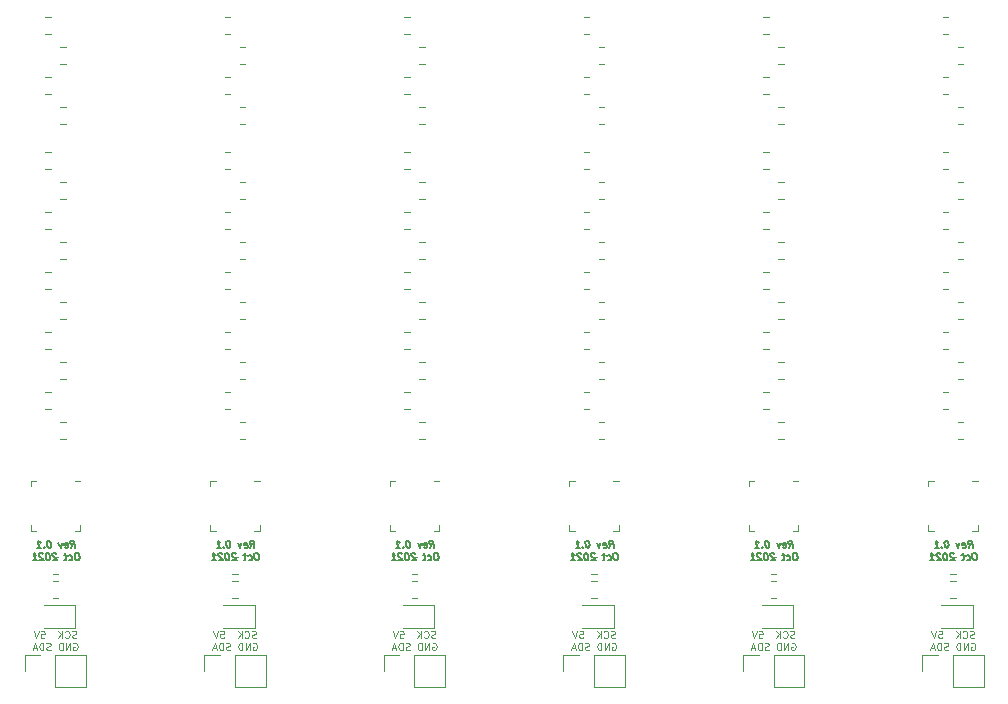
<source format=gbo>
%MOIN*%
%OFA0B0*%
%FSLAX46Y46*%
%IPPOS*%
%LPD*%
%ADD10C,0.005905511811023622*%
%ADD11C,0.0039370078740157488*%
%ADD12C,0.0047244094488188976*%
%ADD23C,0.005905511811023622*%
%ADD24C,0.0039370078740157488*%
%ADD25C,0.0047244094488188976*%
%ADD26C,0.005905511811023622*%
%ADD27C,0.0039370078740157488*%
%ADD28C,0.0047244094488188976*%
%ADD29C,0.005905511811023622*%
%ADD30C,0.0039370078740157488*%
%ADD31C,0.0047244094488188976*%
%ADD32C,0.005905511811023622*%
%ADD33C,0.0039370078740157488*%
%ADD34C,0.0047244094488188976*%
%ADD35C,0.005905511811023622*%
%ADD36C,0.0039370078740157488*%
%ADD37C,0.0047244094488188976*%
G01*
D10*
X0000301485Y0000559983D02*
X0000307953Y0000571231D01*
X0000314983Y0000559983D02*
X0000312030Y0000583605D01*
X0000303031Y0000583605D01*
X0000300922Y0000582480D01*
X0000299938Y0000581355D01*
X0000299094Y0000579105D01*
X0000299516Y0000575731D01*
X0000300922Y0000573481D01*
X0000302188Y0000572356D01*
X0000304578Y0000571231D01*
X0000313577Y0000571231D01*
X0000282221Y0000561107D02*
X0000284612Y0000559983D01*
X0000289111Y0000559983D01*
X0000291220Y0000561107D01*
X0000292064Y0000563357D01*
X0000290939Y0000572356D01*
X0000289533Y0000574606D01*
X0000287143Y0000575731D01*
X0000282643Y0000575731D01*
X0000280534Y0000574606D01*
X0000279690Y0000572356D01*
X0000279972Y0000570106D01*
X0000291502Y0000567857D01*
X0000271395Y0000575731D02*
X0000267739Y0000559983D01*
X0000260146Y0000575731D01*
X0000227666Y0000583605D02*
X0000225416Y0000583605D01*
X0000223307Y0000582480D01*
X0000222323Y0000581355D01*
X0000221479Y0000579105D01*
X0000220917Y0000574606D01*
X0000221620Y0000568982D01*
X0000223307Y0000564482D01*
X0000224713Y0000562232D01*
X0000225978Y0000561107D01*
X0000228369Y0000559983D01*
X0000230618Y0000559983D01*
X0000232728Y0000561107D01*
X0000233712Y0000562232D01*
X0000234556Y0000564482D01*
X0000235118Y0000568982D01*
X0000234415Y0000574606D01*
X0000232728Y0000579105D01*
X0000231322Y0000581355D01*
X0000230056Y0000582480D01*
X0000227666Y0000583605D01*
X0000212340Y0000562232D02*
X0000211355Y0000561107D01*
X0000212621Y0000559983D01*
X0000213605Y0000561107D01*
X0000212340Y0000562232D01*
X0000212621Y0000559983D01*
X0000188999Y0000559983D02*
X0000202497Y0000559983D01*
X0000195748Y0000559983D02*
X0000192795Y0000583605D01*
X0000195467Y0000580230D01*
X0000197998Y0000577980D01*
X0000200388Y0000576856D01*
X0000322716Y0000542266D02*
X0000318217Y0000542266D01*
X0000316108Y0000541141D01*
X0000314139Y0000538892D01*
X0000313577Y0000534392D01*
X0000314561Y0000526518D01*
X0000316248Y0000522019D01*
X0000318779Y0000519769D01*
X0000321170Y0000518644D01*
X0000325669Y0000518644D01*
X0000327778Y0000519769D01*
X0000329747Y0000522019D01*
X0000330309Y0000526518D01*
X0000329325Y0000534392D01*
X0000327638Y0000538892D01*
X0000325107Y0000541141D01*
X0000322716Y0000542266D01*
X0000295157Y0000519769D02*
X0000297548Y0000518644D01*
X0000302047Y0000518644D01*
X0000304156Y0000519769D01*
X0000305140Y0000520894D01*
X0000305984Y0000523144D01*
X0000305140Y0000529893D01*
X0000303734Y0000532142D01*
X0000302469Y0000533267D01*
X0000300079Y0000534392D01*
X0000295579Y0000534392D01*
X0000293470Y0000533267D01*
X0000286580Y0000534392D02*
X0000277581Y0000534392D01*
X0000282221Y0000542266D02*
X0000284752Y0000522019D01*
X0000283909Y0000519769D01*
X0000281800Y0000518644D01*
X0000279550Y0000518644D01*
X0000252131Y0000540016D02*
X0000250866Y0000541141D01*
X0000248476Y0000542266D01*
X0000242851Y0000542266D01*
X0000240742Y0000541141D01*
X0000239758Y0000540016D01*
X0000238914Y0000537767D01*
X0000239196Y0000535517D01*
X0000240742Y0000532142D01*
X0000255928Y0000518644D01*
X0000241305Y0000518644D01*
X0000223729Y0000542266D02*
X0000221479Y0000542266D01*
X0000219370Y0000541141D01*
X0000218386Y0000540016D01*
X0000217542Y0000537767D01*
X0000216980Y0000533267D01*
X0000217683Y0000527643D01*
X0000219370Y0000523144D01*
X0000220776Y0000520894D01*
X0000222041Y0000519769D01*
X0000224432Y0000518644D01*
X0000226681Y0000518644D01*
X0000228791Y0000519769D01*
X0000229775Y0000520894D01*
X0000230618Y0000523144D01*
X0000231181Y0000527643D01*
X0000230478Y0000533267D01*
X0000228791Y0000537767D01*
X0000227385Y0000540016D01*
X0000226119Y0000541141D01*
X0000223729Y0000542266D01*
X0000207137Y0000540016D02*
X0000205872Y0000541141D01*
X0000203481Y0000542266D01*
X0000197857Y0000542266D01*
X0000195748Y0000541141D01*
X0000194764Y0000540016D01*
X0000193920Y0000537767D01*
X0000194201Y0000535517D01*
X0000195748Y0000532142D01*
X0000210933Y0000518644D01*
X0000196310Y0000518644D01*
X0000173813Y0000518644D02*
X0000187311Y0000518644D01*
X0000180562Y0000518644D02*
X0000177609Y0000542266D01*
X0000180281Y0000538892D01*
X0000182812Y0000536642D01*
X0000185202Y0000535517D01*
D11*
X0000319741Y0000260123D02*
X0000316366Y0000258998D01*
X0000310742Y0000258998D01*
X0000308492Y0000260123D01*
X0000307367Y0000261248D01*
X0000306242Y0000263498D01*
X0000306242Y0000265748D01*
X0000307367Y0000267997D01*
X0000308492Y0000269122D01*
X0000310742Y0000270247D01*
X0000315241Y0000271372D01*
X0000317491Y0000272497D01*
X0000318616Y0000273622D01*
X0000319741Y0000275871D01*
X0000319741Y0000278121D01*
X0000318616Y0000280371D01*
X0000317491Y0000281496D01*
X0000315241Y0000282620D01*
X0000309617Y0000282620D01*
X0000306242Y0000281496D01*
X0000282620Y0000261248D02*
X0000283745Y0000260123D01*
X0000287120Y0000258998D01*
X0000289370Y0000258998D01*
X0000292744Y0000260123D01*
X0000294994Y0000262373D01*
X0000296119Y0000264623D01*
X0000297244Y0000269122D01*
X0000297244Y0000272497D01*
X0000296119Y0000276996D01*
X0000294994Y0000279246D01*
X0000292744Y0000281496D01*
X0000289370Y0000282620D01*
X0000287120Y0000282620D01*
X0000283745Y0000281496D01*
X0000282620Y0000280371D01*
X0000272497Y0000258998D02*
X0000272497Y0000282620D01*
X0000258998Y0000258998D02*
X0000269122Y0000272497D01*
X0000258998Y0000282620D02*
X0000272497Y0000269122D01*
X0000201631Y0000282620D02*
X0000212879Y0000282620D01*
X0000214004Y0000271372D01*
X0000212879Y0000272497D01*
X0000210629Y0000273622D01*
X0000205005Y0000273622D01*
X0000202755Y0000272497D01*
X0000201631Y0000271372D01*
X0000200506Y0000269122D01*
X0000200506Y0000263498D01*
X0000201631Y0000261248D01*
X0000202755Y0000260123D01*
X0000205005Y0000258998D01*
X0000210629Y0000258998D01*
X0000212879Y0000260123D01*
X0000214004Y0000261248D01*
X0000193756Y0000282620D02*
X0000185882Y0000258998D01*
X0000178008Y0000282620D01*
X0000310179Y0000242125D02*
X0000312429Y0000243250D01*
X0000315804Y0000243250D01*
X0000319178Y0000242125D01*
X0000321428Y0000239876D01*
X0000322553Y0000237626D01*
X0000323678Y0000233127D01*
X0000323678Y0000229752D01*
X0000322553Y0000225253D01*
X0000321428Y0000223003D01*
X0000319178Y0000220753D01*
X0000315804Y0000219628D01*
X0000313554Y0000219628D01*
X0000310179Y0000220753D01*
X0000309055Y0000221878D01*
X0000309055Y0000229752D01*
X0000313554Y0000229752D01*
X0000298931Y0000219628D02*
X0000298931Y0000243250D01*
X0000285433Y0000219628D01*
X0000285433Y0000243250D01*
X0000274184Y0000219628D02*
X0000274184Y0000243250D01*
X0000268560Y0000243250D01*
X0000265185Y0000242125D01*
X0000262935Y0000239876D01*
X0000261811Y0000237626D01*
X0000260686Y0000233127D01*
X0000260686Y0000229752D01*
X0000261811Y0000225253D01*
X0000262935Y0000223003D01*
X0000265185Y0000220753D01*
X0000268560Y0000219628D01*
X0000274184Y0000219628D01*
X0000233689Y0000220753D02*
X0000230314Y0000219628D01*
X0000224690Y0000219628D01*
X0000222440Y0000220753D01*
X0000221316Y0000221878D01*
X0000220191Y0000224128D01*
X0000220191Y0000226377D01*
X0000221316Y0000228627D01*
X0000222440Y0000229752D01*
X0000224690Y0000230877D01*
X0000229190Y0000232002D01*
X0000231439Y0000233127D01*
X0000232564Y0000234251D01*
X0000233689Y0000236501D01*
X0000233689Y0000238751D01*
X0000232564Y0000241001D01*
X0000231439Y0000242125D01*
X0000229190Y0000243250D01*
X0000223565Y0000243250D01*
X0000220191Y0000242125D01*
X0000210067Y0000219628D02*
X0000210067Y0000243250D01*
X0000204443Y0000243250D01*
X0000201068Y0000242125D01*
X0000198818Y0000239876D01*
X0000197694Y0000237626D01*
X0000196569Y0000233127D01*
X0000196569Y0000229752D01*
X0000197694Y0000225253D01*
X0000198818Y0000223003D01*
X0000201068Y0000220753D01*
X0000204443Y0000219628D01*
X0000210067Y0000219628D01*
X0000187570Y0000226377D02*
X0000176321Y0000226377D01*
X0000189819Y0000219628D02*
X0000181945Y0000243250D01*
X0000174071Y0000219628D01*
D12*
X0000314370Y0000783070D02*
X0000333070Y0000783070D01*
X0000166929Y0000616929D02*
X0000166929Y0000635629D01*
X0000185629Y0000616929D02*
X0000166929Y0000616929D01*
X0000333070Y0000616929D02*
X0000333070Y0000635629D01*
X0000314370Y0000616929D02*
X0000333070Y0000616929D01*
X0000166929Y0000783070D02*
X0000166929Y0000764370D01*
X0000185629Y0000783070D02*
X0000166929Y0000783070D01*
X0000266060Y0000978937D02*
X0000283939Y0000978937D01*
X0000266060Y0000921062D02*
X0000283939Y0000921062D01*
X0000233939Y0001021062D02*
X0000216060Y0001021062D01*
X0000233939Y0001078937D02*
X0000216060Y0001078937D01*
X0000266060Y0001178937D02*
X0000283939Y0001178937D01*
X0000266060Y0001121062D02*
X0000283939Y0001121062D01*
X0000233939Y0001221062D02*
X0000216060Y0001221062D01*
X0000233939Y0001278937D02*
X0000216060Y0001278937D01*
X0000266060Y0001378937D02*
X0000283939Y0001378937D01*
X0000266060Y0001321062D02*
X0000283939Y0001321062D01*
X0000233939Y0001421062D02*
X0000216060Y0001421062D01*
X0000233939Y0001478937D02*
X0000216060Y0001478937D01*
X0000266060Y0001578937D02*
X0000283939Y0001578937D01*
X0000266060Y0001521062D02*
X0000283939Y0001521062D01*
X0000233939Y0001621062D02*
X0000216060Y0001621062D01*
X0000233939Y0001678937D02*
X0000216060Y0001678937D01*
X0000266060Y0001778937D02*
X0000283939Y0001778937D01*
X0000266060Y0001721062D02*
X0000283939Y0001721062D01*
X0000233939Y0001821062D02*
X0000216060Y0001821062D01*
X0000233939Y0001878937D02*
X0000216060Y0001878937D01*
X0000258939Y0000448937D02*
X0000241060Y0000448937D01*
X0000258939Y0000391062D02*
X0000241060Y0000391062D01*
X0000258939Y0000528937D02*
X0000241060Y0000528937D01*
X0000258939Y0000471062D02*
X0000241060Y0000471062D01*
X0000233939Y0002271062D02*
X0000216060Y0002271062D01*
X0000233939Y0002328937D02*
X0000216060Y0002328937D01*
X0000266060Y0002228937D02*
X0000283939Y0002228937D01*
X0000266060Y0002171062D02*
X0000283939Y0002171062D01*
X0000233939Y0002128937D02*
X0000216060Y0002128937D01*
X0000233939Y0002071062D02*
X0000216060Y0002071062D01*
X0000266060Y0001971062D02*
X0000283939Y0001971062D01*
X0000266060Y0002028937D02*
X0000283939Y0002028937D01*
X0000147637Y0000202362D02*
X0000147637Y0000150000D01*
X0000200000Y0000202362D02*
X0000147637Y0000202362D01*
X0000249999Y0000202362D02*
X0000249999Y0000097637D01*
X0000249999Y0000097637D02*
X0000352362Y0000097637D01*
X0000249999Y0000202362D02*
X0000352362Y0000202362D01*
X0000352362Y0000202362D02*
X0000352362Y0000097637D01*
X0000316338Y0000292204D02*
X0000210629Y0000292204D01*
X0000316338Y0000367795D02*
X0000316338Y0000292204D01*
X0000210629Y0000367795D02*
X0000316338Y0000367795D01*
G04 next file*
G04 #@! TF.GenerationSoftware,KiCad,Pcbnew,(5.1.10)-1*
G04 #@! TF.CreationDate,2021-10-24T19:42:44-07:00*
G04 #@! TF.ProjectId,project,70726f6a-6563-4742-9e6b-696361645f70,rev?*
G04 #@! TF.SameCoordinates,Original*
G04 #@! TF.FileFunction,Legend,Bot*
G04 #@! TF.FilePolarity,Positive*
G04 Gerber Fmt 4.6, Leading zero omitted, Abs format (unit mm)*
G04 Created by KiCad (PCBNEW (5.1.10)-1) date 2021-10-24 19:42:44*
G01*
G04 APERTURE LIST*
G04 APERTURE END LIST*
D23*
X0000899910Y0000559983D02*
X0000906378Y0000571231D01*
X0000913408Y0000559983D02*
X0000910455Y0000583605D01*
X0000901457Y0000583605D01*
X0000899347Y0000582480D01*
X0000898363Y0000581355D01*
X0000897520Y0000579105D01*
X0000897941Y0000575731D01*
X0000899347Y0000573481D01*
X0000900613Y0000572356D01*
X0000903003Y0000571231D01*
X0000912002Y0000571231D01*
X0000880647Y0000561107D02*
X0000883037Y0000559983D01*
X0000887536Y0000559983D01*
X0000889645Y0000561107D01*
X0000890489Y0000563357D01*
X0000889364Y0000572356D01*
X0000887958Y0000574606D01*
X0000885568Y0000575731D01*
X0000881068Y0000575731D01*
X0000878959Y0000574606D01*
X0000878116Y0000572356D01*
X0000878397Y0000570106D01*
X0000889927Y0000567857D01*
X0000869820Y0000575731D02*
X0000866164Y0000559983D01*
X0000858571Y0000575731D01*
X0000826091Y0000583605D02*
X0000823841Y0000583605D01*
X0000821732Y0000582480D01*
X0000820748Y0000581355D01*
X0000819904Y0000579105D01*
X0000819342Y0000574606D01*
X0000820045Y0000568982D01*
X0000821732Y0000564482D01*
X0000823138Y0000562232D01*
X0000824404Y0000561107D01*
X0000826794Y0000559983D01*
X0000829044Y0000559983D01*
X0000831153Y0000561107D01*
X0000832137Y0000562232D01*
X0000832981Y0000564482D01*
X0000833543Y0000568982D01*
X0000832840Y0000574606D01*
X0000831153Y0000579105D01*
X0000829747Y0000581355D01*
X0000828481Y0000582480D01*
X0000826091Y0000583605D01*
X0000810765Y0000562232D02*
X0000809780Y0000561107D01*
X0000811046Y0000559983D01*
X0000812030Y0000561107D01*
X0000810765Y0000562232D01*
X0000811046Y0000559983D01*
X0000787424Y0000559983D02*
X0000800922Y0000559983D01*
X0000794173Y0000559983D02*
X0000791220Y0000583605D01*
X0000793892Y0000580230D01*
X0000796423Y0000577980D01*
X0000798813Y0000576856D01*
X0000921142Y0000542266D02*
X0000916642Y0000542266D01*
X0000914533Y0000541141D01*
X0000912565Y0000538892D01*
X0000912002Y0000534392D01*
X0000912986Y0000526518D01*
X0000914674Y0000522019D01*
X0000917205Y0000519769D01*
X0000919595Y0000518644D01*
X0000924094Y0000518644D01*
X0000926203Y0000519769D01*
X0000928172Y0000522019D01*
X0000928734Y0000526518D01*
X0000927750Y0000534392D01*
X0000926063Y0000538892D01*
X0000923532Y0000541141D01*
X0000921142Y0000542266D01*
X0000893582Y0000519769D02*
X0000895973Y0000518644D01*
X0000900472Y0000518644D01*
X0000902581Y0000519769D01*
X0000903566Y0000520894D01*
X0000904409Y0000523144D01*
X0000903566Y0000529893D01*
X0000902160Y0000532142D01*
X0000900894Y0000533267D01*
X0000898504Y0000534392D01*
X0000894004Y0000534392D01*
X0000891895Y0000533267D01*
X0000885005Y0000534392D02*
X0000876007Y0000534392D01*
X0000880647Y0000542266D02*
X0000883178Y0000522019D01*
X0000882334Y0000519769D01*
X0000880225Y0000518644D01*
X0000877975Y0000518644D01*
X0000850557Y0000540016D02*
X0000849291Y0000541141D01*
X0000846901Y0000542266D01*
X0000841277Y0000542266D01*
X0000839167Y0000541141D01*
X0000838183Y0000540016D01*
X0000837340Y0000537767D01*
X0000837621Y0000535517D01*
X0000839167Y0000532142D01*
X0000854353Y0000518644D01*
X0000839730Y0000518644D01*
X0000822154Y0000542266D02*
X0000819904Y0000542266D01*
X0000817795Y0000541141D01*
X0000816811Y0000540016D01*
X0000815967Y0000537767D01*
X0000815405Y0000533267D01*
X0000816108Y0000527643D01*
X0000817795Y0000523144D01*
X0000819201Y0000520894D01*
X0000820467Y0000519769D01*
X0000822857Y0000518644D01*
X0000825107Y0000518644D01*
X0000827216Y0000519769D01*
X0000828200Y0000520894D01*
X0000829044Y0000523144D01*
X0000829606Y0000527643D01*
X0000828903Y0000533267D01*
X0000827216Y0000537767D01*
X0000825810Y0000540016D01*
X0000824544Y0000541141D01*
X0000822154Y0000542266D01*
X0000805562Y0000540016D02*
X0000804297Y0000541141D01*
X0000801906Y0000542266D01*
X0000796282Y0000542266D01*
X0000794173Y0000541141D01*
X0000793189Y0000540016D01*
X0000792345Y0000537767D01*
X0000792626Y0000535517D01*
X0000794173Y0000532142D01*
X0000809359Y0000518644D01*
X0000794735Y0000518644D01*
X0000772238Y0000518644D02*
X0000785737Y0000518644D01*
X0000778987Y0000518644D02*
X0000776035Y0000542266D01*
X0000778706Y0000538892D01*
X0000781237Y0000536642D01*
X0000783627Y0000535517D01*
D24*
X0000918166Y0000260123D02*
X0000914791Y0000258998D01*
X0000909167Y0000258998D01*
X0000906917Y0000260123D01*
X0000905792Y0000261248D01*
X0000904668Y0000263498D01*
X0000904668Y0000265748D01*
X0000905792Y0000267997D01*
X0000906917Y0000269122D01*
X0000909167Y0000270247D01*
X0000913667Y0000271372D01*
X0000915916Y0000272497D01*
X0000917041Y0000273622D01*
X0000918166Y0000275871D01*
X0000918166Y0000278121D01*
X0000917041Y0000280371D01*
X0000915916Y0000281496D01*
X0000913667Y0000282620D01*
X0000908042Y0000282620D01*
X0000904668Y0000281496D01*
X0000881046Y0000261248D02*
X0000882170Y0000260123D01*
X0000885545Y0000258998D01*
X0000887795Y0000258998D01*
X0000891169Y0000260123D01*
X0000893419Y0000262373D01*
X0000894544Y0000264623D01*
X0000895669Y0000269122D01*
X0000895669Y0000272497D01*
X0000894544Y0000276996D01*
X0000893419Y0000279246D01*
X0000891169Y0000281496D01*
X0000887795Y0000282620D01*
X0000885545Y0000282620D01*
X0000882170Y0000281496D01*
X0000881046Y0000280371D01*
X0000870922Y0000258998D02*
X0000870922Y0000282620D01*
X0000857424Y0000258998D02*
X0000867547Y0000272497D01*
X0000857424Y0000282620D02*
X0000870922Y0000269122D01*
X0000800056Y0000282620D02*
X0000811304Y0000282620D01*
X0000812429Y0000271372D01*
X0000811304Y0000272497D01*
X0000809055Y0000273622D01*
X0000803430Y0000273622D01*
X0000801181Y0000272497D01*
X0000800056Y0000271372D01*
X0000798931Y0000269122D01*
X0000798931Y0000263498D01*
X0000800056Y0000261248D01*
X0000801181Y0000260123D01*
X0000803430Y0000258998D01*
X0000809055Y0000258998D01*
X0000811304Y0000260123D01*
X0000812429Y0000261248D01*
X0000792182Y0000282620D02*
X0000784308Y0000258998D01*
X0000776434Y0000282620D01*
X0000908605Y0000242125D02*
X0000910854Y0000243250D01*
X0000914229Y0000243250D01*
X0000917604Y0000242125D01*
X0000919853Y0000239876D01*
X0000920978Y0000237626D01*
X0000922103Y0000233127D01*
X0000922103Y0000229752D01*
X0000920978Y0000225253D01*
X0000919853Y0000223003D01*
X0000917604Y0000220753D01*
X0000914229Y0000219628D01*
X0000911979Y0000219628D01*
X0000908605Y0000220753D01*
X0000907480Y0000221878D01*
X0000907480Y0000229752D01*
X0000911979Y0000229752D01*
X0000897356Y0000219628D02*
X0000897356Y0000243250D01*
X0000883858Y0000219628D01*
X0000883858Y0000243250D01*
X0000872609Y0000219628D02*
X0000872609Y0000243250D01*
X0000866985Y0000243250D01*
X0000863610Y0000242125D01*
X0000861361Y0000239876D01*
X0000860236Y0000237626D01*
X0000859111Y0000233127D01*
X0000859111Y0000229752D01*
X0000860236Y0000225253D01*
X0000861361Y0000223003D01*
X0000863610Y0000220753D01*
X0000866985Y0000219628D01*
X0000872609Y0000219628D01*
X0000832114Y0000220753D02*
X0000828740Y0000219628D01*
X0000823115Y0000219628D01*
X0000820866Y0000220753D01*
X0000819741Y0000221878D01*
X0000818616Y0000224128D01*
X0000818616Y0000226377D01*
X0000819741Y0000228627D01*
X0000820866Y0000229752D01*
X0000823115Y0000230877D01*
X0000827615Y0000232002D01*
X0000829865Y0000233127D01*
X0000830989Y0000234251D01*
X0000832114Y0000236501D01*
X0000832114Y0000238751D01*
X0000830989Y0000241001D01*
X0000829865Y0000242125D01*
X0000827615Y0000243250D01*
X0000821990Y0000243250D01*
X0000818616Y0000242125D01*
X0000808492Y0000219628D02*
X0000808492Y0000243250D01*
X0000802868Y0000243250D01*
X0000799493Y0000242125D01*
X0000797244Y0000239876D01*
X0000796119Y0000237626D01*
X0000794994Y0000233127D01*
X0000794994Y0000229752D01*
X0000796119Y0000225253D01*
X0000797244Y0000223003D01*
X0000799493Y0000220753D01*
X0000802868Y0000219628D01*
X0000808492Y0000219628D01*
X0000785995Y0000226377D02*
X0000774746Y0000226377D01*
X0000788245Y0000219628D02*
X0000780371Y0000243250D01*
X0000772497Y0000219628D01*
D25*
X0000912795Y0000783070D02*
X0000931496Y0000783070D01*
X0000765354Y0000616929D02*
X0000765354Y0000635629D01*
X0000784055Y0000616929D02*
X0000765354Y0000616929D01*
X0000931496Y0000616929D02*
X0000931496Y0000635629D01*
X0000912795Y0000616929D02*
X0000931496Y0000616929D01*
X0000765354Y0000783070D02*
X0000765354Y0000764370D01*
X0000784055Y0000783070D02*
X0000765354Y0000783070D01*
X0000864485Y0000978937D02*
X0000882364Y0000978937D01*
X0000864485Y0000921062D02*
X0000882364Y0000921062D01*
X0000832364Y0001021062D02*
X0000814485Y0001021062D01*
X0000832364Y0001078937D02*
X0000814485Y0001078937D01*
X0000864485Y0001178937D02*
X0000882364Y0001178937D01*
X0000864485Y0001121062D02*
X0000882364Y0001121062D01*
X0000832364Y0001221062D02*
X0000814485Y0001221062D01*
X0000832364Y0001278937D02*
X0000814485Y0001278937D01*
X0000864485Y0001378937D02*
X0000882364Y0001378937D01*
X0000864485Y0001321062D02*
X0000882364Y0001321062D01*
X0000832364Y0001421062D02*
X0000814485Y0001421062D01*
X0000832364Y0001478937D02*
X0000814485Y0001478937D01*
X0000864485Y0001578937D02*
X0000882364Y0001578937D01*
X0000864485Y0001521062D02*
X0000882364Y0001521062D01*
X0000832364Y0001621062D02*
X0000814485Y0001621062D01*
X0000832364Y0001678937D02*
X0000814485Y0001678937D01*
X0000864485Y0001778937D02*
X0000882364Y0001778937D01*
X0000864485Y0001721062D02*
X0000882364Y0001721062D01*
X0000832364Y0001821062D02*
X0000814485Y0001821062D01*
X0000832364Y0001878937D02*
X0000814485Y0001878937D01*
X0000857364Y0000448937D02*
X0000839485Y0000448937D01*
X0000857364Y0000391062D02*
X0000839485Y0000391062D01*
X0000857364Y0000528937D02*
X0000839485Y0000528937D01*
X0000857364Y0000471062D02*
X0000839485Y0000471062D01*
X0000832364Y0002271062D02*
X0000814485Y0002271062D01*
X0000832364Y0002328937D02*
X0000814485Y0002328937D01*
X0000864485Y0002228937D02*
X0000882364Y0002228937D01*
X0000864485Y0002171062D02*
X0000882364Y0002171062D01*
X0000832364Y0002128937D02*
X0000814485Y0002128937D01*
X0000832364Y0002071062D02*
X0000814485Y0002071062D01*
X0000864485Y0001971062D02*
X0000882364Y0001971062D01*
X0000864485Y0002028937D02*
X0000882364Y0002028937D01*
X0000746062Y0000202362D02*
X0000746062Y0000150000D01*
X0000798425Y0000202362D02*
X0000746062Y0000202362D01*
X0000848425Y0000202362D02*
X0000848425Y0000097637D01*
X0000848425Y0000097637D02*
X0000950787Y0000097637D01*
X0000848425Y0000202362D02*
X0000950787Y0000202362D01*
X0000950787Y0000202362D02*
X0000950787Y0000097637D01*
X0000914763Y0000292204D02*
X0000809055Y0000292204D01*
X0000914763Y0000367795D02*
X0000914763Y0000292204D01*
X0000809055Y0000367795D02*
X0000914763Y0000367795D01*
G04 next file*
G04 #@! TF.GenerationSoftware,KiCad,Pcbnew,(5.1.10)-1*
G04 #@! TF.CreationDate,2021-10-24T19:42:44-07:00*
G04 #@! TF.ProjectId,project,70726f6a-6563-4742-9e6b-696361645f70,rev?*
G04 #@! TF.SameCoordinates,Original*
G04 #@! TF.FileFunction,Legend,Bot*
G04 #@! TF.FilePolarity,Positive*
G04 Gerber Fmt 4.6, Leading zero omitted, Abs format (unit mm)*
G04 Created by KiCad (PCBNEW (5.1.10)-1) date 2021-10-24 19:42:44*
G01*
G04 APERTURE LIST*
G04 APERTURE END LIST*
D26*
X0001498335Y0000559983D02*
X0001504803Y0000571231D01*
X0001511833Y0000559983D02*
X0001508881Y0000583605D01*
X0001499882Y0000583605D01*
X0001497773Y0000582480D01*
X0001496788Y0000581355D01*
X0001495945Y0000579105D01*
X0001496367Y0000575731D01*
X0001497773Y0000573481D01*
X0001499038Y0000572356D01*
X0001501428Y0000571231D01*
X0001510427Y0000571231D01*
X0001479072Y0000561107D02*
X0001481462Y0000559983D01*
X0001485962Y0000559983D01*
X0001488071Y0000561107D01*
X0001488914Y0000563357D01*
X0001487790Y0000572356D01*
X0001486383Y0000574606D01*
X0001483993Y0000575731D01*
X0001479494Y0000575731D01*
X0001477385Y0000574606D01*
X0001476541Y0000572356D01*
X0001476822Y0000570106D01*
X0001488352Y0000567857D01*
X0001468245Y0000575731D02*
X0001464589Y0000559983D01*
X0001456996Y0000575731D01*
X0001424516Y0000583605D02*
X0001422266Y0000583605D01*
X0001420157Y0000582480D01*
X0001419173Y0000581355D01*
X0001418329Y0000579105D01*
X0001417767Y0000574606D01*
X0001418470Y0000568982D01*
X0001420157Y0000564482D01*
X0001421563Y0000562232D01*
X0001422829Y0000561107D01*
X0001425219Y0000559983D01*
X0001427469Y0000559983D01*
X0001429578Y0000561107D01*
X0001430562Y0000562232D01*
X0001431406Y0000564482D01*
X0001431968Y0000568982D01*
X0001431265Y0000574606D01*
X0001429578Y0000579105D01*
X0001428172Y0000581355D01*
X0001426906Y0000582480D01*
X0001424516Y0000583605D01*
X0001409190Y0000562232D02*
X0001408206Y0000561107D01*
X0001409471Y0000559983D01*
X0001410455Y0000561107D01*
X0001409190Y0000562232D01*
X0001409471Y0000559983D01*
X0001385849Y0000559983D02*
X0001399347Y0000559983D01*
X0001392598Y0000559983D02*
X0001389645Y0000583605D01*
X0001392317Y0000580230D01*
X0001394848Y0000577980D01*
X0001397238Y0000576856D01*
X0001519567Y0000542266D02*
X0001515067Y0000542266D01*
X0001512958Y0000541141D01*
X0001510990Y0000538892D01*
X0001510427Y0000534392D01*
X0001511412Y0000526518D01*
X0001513099Y0000522019D01*
X0001515630Y0000519769D01*
X0001518020Y0000518644D01*
X0001522520Y0000518644D01*
X0001524629Y0000519769D01*
X0001526597Y0000522019D01*
X0001527160Y0000526518D01*
X0001526175Y0000534392D01*
X0001524488Y0000538892D01*
X0001521957Y0000541141D01*
X0001519567Y0000542266D01*
X0001492008Y0000519769D02*
X0001494398Y0000518644D01*
X0001498897Y0000518644D01*
X0001501007Y0000519769D01*
X0001501991Y0000520894D01*
X0001502834Y0000523144D01*
X0001501991Y0000529893D01*
X0001500585Y0000532142D01*
X0001499319Y0000533267D01*
X0001496929Y0000534392D01*
X0001492430Y0000534392D01*
X0001490320Y0000533267D01*
X0001483431Y0000534392D02*
X0001474432Y0000534392D01*
X0001479072Y0000542266D02*
X0001481603Y0000522019D01*
X0001480759Y0000519769D01*
X0001478650Y0000518644D01*
X0001476400Y0000518644D01*
X0001448982Y0000540016D02*
X0001447716Y0000541141D01*
X0001445326Y0000542266D01*
X0001439702Y0000542266D01*
X0001437593Y0000541141D01*
X0001436608Y0000540016D01*
X0001435765Y0000537767D01*
X0001436046Y0000535517D01*
X0001437593Y0000532142D01*
X0001452778Y0000518644D01*
X0001438155Y0000518644D01*
X0001420579Y0000542266D02*
X0001418329Y0000542266D01*
X0001416220Y0000541141D01*
X0001415236Y0000540016D01*
X0001414392Y0000537767D01*
X0001413830Y0000533267D01*
X0001414533Y0000527643D01*
X0001416220Y0000523144D01*
X0001417626Y0000520894D01*
X0001418892Y0000519769D01*
X0001421282Y0000518644D01*
X0001423532Y0000518644D01*
X0001425641Y0000519769D01*
X0001426625Y0000520894D01*
X0001427469Y0000523144D01*
X0001428031Y0000527643D01*
X0001427328Y0000533267D01*
X0001425641Y0000537767D01*
X0001424235Y0000540016D01*
X0001422969Y0000541141D01*
X0001420579Y0000542266D01*
X0001403987Y0000540016D02*
X0001402722Y0000541141D01*
X0001400332Y0000542266D01*
X0001394707Y0000542266D01*
X0001392598Y0000541141D01*
X0001391614Y0000540016D01*
X0001390770Y0000537767D01*
X0001391052Y0000535517D01*
X0001392598Y0000532142D01*
X0001407784Y0000518644D01*
X0001393161Y0000518644D01*
X0001370664Y0000518644D02*
X0001384162Y0000518644D01*
X0001377413Y0000518644D02*
X0001374460Y0000542266D01*
X0001377131Y0000538892D01*
X0001379662Y0000536642D01*
X0001382053Y0000535517D01*
D27*
X0001516591Y0000260123D02*
X0001513217Y0000258998D01*
X0001507592Y0000258998D01*
X0001505343Y0000260123D01*
X0001504218Y0000261248D01*
X0001503093Y0000263498D01*
X0001503093Y0000265748D01*
X0001504218Y0000267997D01*
X0001505343Y0000269122D01*
X0001507592Y0000270247D01*
X0001512092Y0000271372D01*
X0001514341Y0000272497D01*
X0001515466Y0000273622D01*
X0001516591Y0000275871D01*
X0001516591Y0000278121D01*
X0001515466Y0000280371D01*
X0001514341Y0000281496D01*
X0001512092Y0000282620D01*
X0001506467Y0000282620D01*
X0001503093Y0000281496D01*
X0001479471Y0000261248D02*
X0001480596Y0000260123D01*
X0001483970Y0000258998D01*
X0001486220Y0000258998D01*
X0001489595Y0000260123D01*
X0001491844Y0000262373D01*
X0001492969Y0000264623D01*
X0001494094Y0000269122D01*
X0001494094Y0000272497D01*
X0001492969Y0000276996D01*
X0001491844Y0000279246D01*
X0001489595Y0000281496D01*
X0001486220Y0000282620D01*
X0001483970Y0000282620D01*
X0001480596Y0000281496D01*
X0001479471Y0000280371D01*
X0001469347Y0000258998D02*
X0001469347Y0000282620D01*
X0001455849Y0000258998D02*
X0001465972Y0000272497D01*
X0001455849Y0000282620D02*
X0001469347Y0000269122D01*
X0001398481Y0000282620D02*
X0001409730Y0000282620D01*
X0001410854Y0000271372D01*
X0001409730Y0000272497D01*
X0001407480Y0000273622D01*
X0001401855Y0000273622D01*
X0001399606Y0000272497D01*
X0001398481Y0000271372D01*
X0001397356Y0000269122D01*
X0001397356Y0000263498D01*
X0001398481Y0000261248D01*
X0001399606Y0000260123D01*
X0001401855Y0000258998D01*
X0001407480Y0000258998D01*
X0001409730Y0000260123D01*
X0001410854Y0000261248D01*
X0001390607Y0000282620D02*
X0001382733Y0000258998D01*
X0001374859Y0000282620D01*
X0001507030Y0000242125D02*
X0001509280Y0000243250D01*
X0001512654Y0000243250D01*
X0001516029Y0000242125D01*
X0001518278Y0000239876D01*
X0001519403Y0000237626D01*
X0001520528Y0000233127D01*
X0001520528Y0000229752D01*
X0001519403Y0000225253D01*
X0001518278Y0000223003D01*
X0001516029Y0000220753D01*
X0001512654Y0000219628D01*
X0001510404Y0000219628D01*
X0001507030Y0000220753D01*
X0001505905Y0000221878D01*
X0001505905Y0000229752D01*
X0001510404Y0000229752D01*
X0001495781Y0000219628D02*
X0001495781Y0000243250D01*
X0001482283Y0000219628D01*
X0001482283Y0000243250D01*
X0001471034Y0000219628D02*
X0001471034Y0000243250D01*
X0001465410Y0000243250D01*
X0001462035Y0000242125D01*
X0001459786Y0000239876D01*
X0001458661Y0000237626D01*
X0001457536Y0000233127D01*
X0001457536Y0000229752D01*
X0001458661Y0000225253D01*
X0001459786Y0000223003D01*
X0001462035Y0000220753D01*
X0001465410Y0000219628D01*
X0001471034Y0000219628D01*
X0001430539Y0000220753D02*
X0001427165Y0000219628D01*
X0001421541Y0000219628D01*
X0001419291Y0000220753D01*
X0001418166Y0000221878D01*
X0001417041Y0000224128D01*
X0001417041Y0000226377D01*
X0001418166Y0000228627D01*
X0001419291Y0000229752D01*
X0001421541Y0000230877D01*
X0001426040Y0000232002D01*
X0001428290Y0000233127D01*
X0001429415Y0000234251D01*
X0001430539Y0000236501D01*
X0001430539Y0000238751D01*
X0001429415Y0000241001D01*
X0001428290Y0000242125D01*
X0001426040Y0000243250D01*
X0001420416Y0000243250D01*
X0001417041Y0000242125D01*
X0001406917Y0000219628D02*
X0001406917Y0000243250D01*
X0001401293Y0000243250D01*
X0001397918Y0000242125D01*
X0001395669Y0000239876D01*
X0001394544Y0000237626D01*
X0001393419Y0000233127D01*
X0001393419Y0000229752D01*
X0001394544Y0000225253D01*
X0001395669Y0000223003D01*
X0001397918Y0000220753D01*
X0001401293Y0000219628D01*
X0001406917Y0000219628D01*
X0001384420Y0000226377D02*
X0001373172Y0000226377D01*
X0001386670Y0000219628D02*
X0001378796Y0000243250D01*
X0001370922Y0000219628D01*
D28*
X0001511220Y0000783070D02*
X0001529921Y0000783070D01*
X0001363779Y0000616929D02*
X0001363779Y0000635629D01*
X0001382480Y0000616929D02*
X0001363779Y0000616929D01*
X0001529921Y0000616929D02*
X0001529921Y0000635629D01*
X0001511220Y0000616929D02*
X0001529921Y0000616929D01*
X0001363779Y0000783070D02*
X0001363779Y0000764370D01*
X0001382480Y0000783070D02*
X0001363779Y0000783070D01*
X0001462910Y0000978937D02*
X0001480789Y0000978937D01*
X0001462910Y0000921062D02*
X0001480789Y0000921062D01*
X0001430789Y0001021062D02*
X0001412910Y0001021062D01*
X0001430789Y0001078937D02*
X0001412910Y0001078937D01*
X0001462910Y0001178937D02*
X0001480789Y0001178937D01*
X0001462910Y0001121062D02*
X0001480789Y0001121062D01*
X0001430789Y0001221062D02*
X0001412910Y0001221062D01*
X0001430789Y0001278937D02*
X0001412910Y0001278937D01*
X0001462910Y0001378937D02*
X0001480789Y0001378937D01*
X0001462910Y0001321062D02*
X0001480789Y0001321062D01*
X0001430789Y0001421062D02*
X0001412910Y0001421062D01*
X0001430789Y0001478937D02*
X0001412910Y0001478937D01*
X0001462910Y0001578937D02*
X0001480789Y0001578937D01*
X0001462910Y0001521062D02*
X0001480789Y0001521062D01*
X0001430789Y0001621062D02*
X0001412910Y0001621062D01*
X0001430789Y0001678937D02*
X0001412910Y0001678937D01*
X0001462910Y0001778937D02*
X0001480789Y0001778937D01*
X0001462910Y0001721062D02*
X0001480789Y0001721062D01*
X0001430789Y0001821062D02*
X0001412910Y0001821062D01*
X0001430789Y0001878937D02*
X0001412910Y0001878937D01*
X0001455789Y0000448937D02*
X0001437910Y0000448937D01*
X0001455789Y0000391062D02*
X0001437910Y0000391062D01*
X0001455789Y0000528937D02*
X0001437910Y0000528937D01*
X0001455789Y0000471062D02*
X0001437910Y0000471062D01*
X0001430789Y0002271062D02*
X0001412910Y0002271062D01*
X0001430789Y0002328937D02*
X0001412910Y0002328937D01*
X0001462910Y0002228937D02*
X0001480789Y0002228937D01*
X0001462910Y0002171062D02*
X0001480789Y0002171062D01*
X0001430789Y0002128937D02*
X0001412910Y0002128937D01*
X0001430789Y0002071062D02*
X0001412910Y0002071062D01*
X0001462910Y0001971062D02*
X0001480789Y0001971062D01*
X0001462910Y0002028937D02*
X0001480789Y0002028937D01*
X0001344488Y0000202362D02*
X0001344488Y0000150000D01*
X0001396850Y0000202362D02*
X0001344488Y0000202362D01*
X0001446850Y0000202362D02*
X0001446850Y0000097637D01*
X0001446850Y0000097637D02*
X0001549212Y0000097637D01*
X0001446850Y0000202362D02*
X0001549212Y0000202362D01*
X0001549212Y0000202362D02*
X0001549212Y0000097637D01*
X0001513188Y0000292204D02*
X0001407480Y0000292204D01*
X0001513188Y0000367795D02*
X0001513188Y0000292204D01*
X0001407480Y0000367795D02*
X0001513188Y0000367795D01*
G04 next file*
G04 #@! TF.GenerationSoftware,KiCad,Pcbnew,(5.1.10)-1*
G04 #@! TF.CreationDate,2021-10-24T19:42:44-07:00*
G04 #@! TF.ProjectId,project,70726f6a-6563-4742-9e6b-696361645f70,rev?*
G04 #@! TF.SameCoordinates,Original*
G04 #@! TF.FileFunction,Legend,Bot*
G04 #@! TF.FilePolarity,Positive*
G04 Gerber Fmt 4.6, Leading zero omitted, Abs format (unit mm)*
G04 Created by KiCad (PCBNEW (5.1.10)-1) date 2021-10-24 19:42:44*
G01*
G04 APERTURE LIST*
G04 APERTURE END LIST*
D29*
X0002096760Y0000559983D02*
X0002103228Y0000571231D01*
X0002110259Y0000559983D02*
X0002107306Y0000583605D01*
X0002098307Y0000583605D01*
X0002096198Y0000582480D01*
X0002095214Y0000581355D01*
X0002094370Y0000579105D01*
X0002094792Y0000575731D01*
X0002096198Y0000573481D01*
X0002097463Y0000572356D01*
X0002099854Y0000571231D01*
X0002108852Y0000571231D01*
X0002077497Y0000561107D02*
X0002079887Y0000559983D01*
X0002084387Y0000559983D01*
X0002086496Y0000561107D01*
X0002087340Y0000563357D01*
X0002086215Y0000572356D01*
X0002084809Y0000574606D01*
X0002082418Y0000575731D01*
X0002077919Y0000575731D01*
X0002075810Y0000574606D01*
X0002074966Y0000572356D01*
X0002075247Y0000570106D01*
X0002086777Y0000567857D01*
X0002066670Y0000575731D02*
X0002063014Y0000559983D01*
X0002055422Y0000575731D01*
X0002022941Y0000583605D02*
X0002020692Y0000583605D01*
X0002018582Y0000582480D01*
X0002017598Y0000581355D01*
X0002016755Y0000579105D01*
X0002016192Y0000574606D01*
X0002016895Y0000568982D01*
X0002018582Y0000564482D01*
X0002019989Y0000562232D01*
X0002021254Y0000561107D01*
X0002023644Y0000559983D01*
X0002025894Y0000559983D01*
X0002028003Y0000561107D01*
X0002028987Y0000562232D01*
X0002029831Y0000564482D01*
X0002030394Y0000568982D01*
X0002029690Y0000574606D01*
X0002028003Y0000579105D01*
X0002026597Y0000581355D01*
X0002025332Y0000582480D01*
X0002022941Y0000583605D01*
X0002007615Y0000562232D02*
X0002006631Y0000561107D01*
X0002007896Y0000559983D01*
X0002008881Y0000561107D01*
X0002007615Y0000562232D01*
X0002007896Y0000559983D01*
X0001984274Y0000559983D02*
X0001997773Y0000559983D01*
X0001991023Y0000559983D02*
X0001988071Y0000583605D01*
X0001990742Y0000580230D01*
X0001993273Y0000577980D01*
X0001995664Y0000576856D01*
X0002117992Y0000542266D02*
X0002113493Y0000542266D01*
X0002111383Y0000541141D01*
X0002109415Y0000538892D01*
X0002108852Y0000534392D01*
X0002109837Y0000526518D01*
X0002111524Y0000522019D01*
X0002114055Y0000519769D01*
X0002116445Y0000518644D01*
X0002120945Y0000518644D01*
X0002123054Y0000519769D01*
X0002125022Y0000522019D01*
X0002125585Y0000526518D01*
X0002124601Y0000534392D01*
X0002122913Y0000538892D01*
X0002120382Y0000541141D01*
X0002117992Y0000542266D01*
X0002090433Y0000519769D02*
X0002092823Y0000518644D01*
X0002097323Y0000518644D01*
X0002099432Y0000519769D01*
X0002100416Y0000520894D01*
X0002101260Y0000523144D01*
X0002100416Y0000529893D01*
X0002099010Y0000532142D01*
X0002097745Y0000533267D01*
X0002095354Y0000534392D01*
X0002090855Y0000534392D01*
X0002088746Y0000533267D01*
X0002081856Y0000534392D02*
X0002072857Y0000534392D01*
X0002077497Y0000542266D02*
X0002080028Y0000522019D01*
X0002079184Y0000519769D01*
X0002077075Y0000518644D01*
X0002074825Y0000518644D01*
X0002047407Y0000540016D02*
X0002046142Y0000541141D01*
X0002043751Y0000542266D01*
X0002038127Y0000542266D01*
X0002036018Y0000541141D01*
X0002035034Y0000540016D01*
X0002034190Y0000537767D01*
X0002034471Y0000535517D01*
X0002036018Y0000532142D01*
X0002051203Y0000518644D01*
X0002036580Y0000518644D01*
X0002019004Y0000542266D02*
X0002016755Y0000542266D01*
X0002014645Y0000541141D01*
X0002013661Y0000540016D01*
X0002012818Y0000537767D01*
X0002012255Y0000533267D01*
X0002012958Y0000527643D01*
X0002014645Y0000523144D01*
X0002016052Y0000520894D01*
X0002017317Y0000519769D01*
X0002019707Y0000518644D01*
X0002021957Y0000518644D01*
X0002024066Y0000519769D01*
X0002025050Y0000520894D01*
X0002025894Y0000523144D01*
X0002026457Y0000527643D01*
X0002025753Y0000533267D01*
X0002024066Y0000537767D01*
X0002022660Y0000540016D01*
X0002021395Y0000541141D01*
X0002019004Y0000542266D01*
X0002002413Y0000540016D02*
X0002001147Y0000541141D01*
X0001998757Y0000542266D01*
X0001993133Y0000542266D01*
X0001991023Y0000541141D01*
X0001990039Y0000540016D01*
X0001989196Y0000537767D01*
X0001989477Y0000535517D01*
X0001991023Y0000532142D01*
X0002006209Y0000518644D01*
X0001991586Y0000518644D01*
X0001969089Y0000518644D02*
X0001982587Y0000518644D01*
X0001975838Y0000518644D02*
X0001972885Y0000542266D01*
X0001975557Y0000538892D01*
X0001978088Y0000536642D01*
X0001980478Y0000535517D01*
D30*
X0002115016Y0000260123D02*
X0002111642Y0000258998D01*
X0002106017Y0000258998D01*
X0002103768Y0000260123D01*
X0002102643Y0000261248D01*
X0002101518Y0000263498D01*
X0002101518Y0000265748D01*
X0002102643Y0000267997D01*
X0002103768Y0000269122D01*
X0002106017Y0000270247D01*
X0002110517Y0000271372D01*
X0002112767Y0000272497D01*
X0002113892Y0000273622D01*
X0002115016Y0000275871D01*
X0002115016Y0000278121D01*
X0002113892Y0000280371D01*
X0002112767Y0000281496D01*
X0002110517Y0000282620D01*
X0002104893Y0000282620D01*
X0002101518Y0000281496D01*
X0002077896Y0000261248D02*
X0002079021Y0000260123D01*
X0002082395Y0000258998D01*
X0002084645Y0000258998D01*
X0002088020Y0000260123D01*
X0002090269Y0000262373D01*
X0002091394Y0000264623D01*
X0002092519Y0000269122D01*
X0002092519Y0000272497D01*
X0002091394Y0000276996D01*
X0002090269Y0000279246D01*
X0002088020Y0000281496D01*
X0002084645Y0000282620D01*
X0002082395Y0000282620D01*
X0002079021Y0000281496D01*
X0002077896Y0000280371D01*
X0002067772Y0000258998D02*
X0002067772Y0000282620D01*
X0002054274Y0000258998D02*
X0002064398Y0000272497D01*
X0002054274Y0000282620D02*
X0002067772Y0000269122D01*
X0001996906Y0000282620D02*
X0002008155Y0000282620D01*
X0002009280Y0000271372D01*
X0002008155Y0000272497D01*
X0002005905Y0000273622D01*
X0002000281Y0000273622D01*
X0001998031Y0000272497D01*
X0001996906Y0000271372D01*
X0001995781Y0000269122D01*
X0001995781Y0000263498D01*
X0001996906Y0000261248D01*
X0001998031Y0000260123D01*
X0002000281Y0000258998D01*
X0002005905Y0000258998D01*
X0002008155Y0000260123D01*
X0002009280Y0000261248D01*
X0001989032Y0000282620D02*
X0001981158Y0000258998D01*
X0001973284Y0000282620D01*
X0002105455Y0000242125D02*
X0002107705Y0000243250D01*
X0002111079Y0000243250D01*
X0002114454Y0000242125D01*
X0002116704Y0000239876D01*
X0002117829Y0000237626D01*
X0002118953Y0000233127D01*
X0002118953Y0000229752D01*
X0002117829Y0000225253D01*
X0002116704Y0000223003D01*
X0002114454Y0000220753D01*
X0002111079Y0000219628D01*
X0002108830Y0000219628D01*
X0002105455Y0000220753D01*
X0002104330Y0000221878D01*
X0002104330Y0000229752D01*
X0002108830Y0000229752D01*
X0002094206Y0000219628D02*
X0002094206Y0000243250D01*
X0002080708Y0000219628D01*
X0002080708Y0000243250D01*
X0002069460Y0000219628D02*
X0002069460Y0000243250D01*
X0002063835Y0000243250D01*
X0002060461Y0000242125D01*
X0002058211Y0000239876D01*
X0002057086Y0000237626D01*
X0002055961Y0000233127D01*
X0002055961Y0000229752D01*
X0002057086Y0000225253D01*
X0002058211Y0000223003D01*
X0002060461Y0000220753D01*
X0002063835Y0000219628D01*
X0002069460Y0000219628D01*
X0002028965Y0000220753D02*
X0002025590Y0000219628D01*
X0002019966Y0000219628D01*
X0002017716Y0000220753D01*
X0002016591Y0000221878D01*
X0002015466Y0000224128D01*
X0002015466Y0000226377D01*
X0002016591Y0000228627D01*
X0002017716Y0000229752D01*
X0002019966Y0000230877D01*
X0002024465Y0000232002D01*
X0002026715Y0000233127D01*
X0002027840Y0000234251D01*
X0002028965Y0000236501D01*
X0002028965Y0000238751D01*
X0002027840Y0000241001D01*
X0002026715Y0000242125D01*
X0002024465Y0000243250D01*
X0002018841Y0000243250D01*
X0002015466Y0000242125D01*
X0002005343Y0000219628D02*
X0002005343Y0000243250D01*
X0001999718Y0000243250D01*
X0001996344Y0000242125D01*
X0001994094Y0000239876D01*
X0001992969Y0000237626D01*
X0001991844Y0000233127D01*
X0001991844Y0000229752D01*
X0001992969Y0000225253D01*
X0001994094Y0000223003D01*
X0001996344Y0000220753D01*
X0001999718Y0000219628D01*
X0002005343Y0000219628D01*
X0001982845Y0000226377D02*
X0001971597Y0000226377D01*
X0001985095Y0000219628D02*
X0001977221Y0000243250D01*
X0001969347Y0000219628D01*
D31*
X0002109645Y0000783070D02*
X0002128346Y0000783070D01*
X0001962204Y0000616929D02*
X0001962204Y0000635629D01*
X0001980905Y0000616929D02*
X0001962204Y0000616929D01*
X0002128346Y0000616929D02*
X0002128346Y0000635629D01*
X0002109645Y0000616929D02*
X0002128346Y0000616929D01*
X0001962204Y0000783070D02*
X0001962204Y0000764370D01*
X0001980905Y0000783070D02*
X0001962204Y0000783070D01*
X0002061336Y0000978937D02*
X0002079215Y0000978937D01*
X0002061336Y0000921062D02*
X0002079215Y0000921062D01*
X0002029215Y0001021062D02*
X0002011336Y0001021062D01*
X0002029215Y0001078937D02*
X0002011336Y0001078937D01*
X0002061336Y0001178937D02*
X0002079215Y0001178937D01*
X0002061336Y0001121062D02*
X0002079215Y0001121062D01*
X0002029215Y0001221062D02*
X0002011336Y0001221062D01*
X0002029215Y0001278937D02*
X0002011336Y0001278937D01*
X0002061336Y0001378937D02*
X0002079215Y0001378937D01*
X0002061336Y0001321062D02*
X0002079215Y0001321062D01*
X0002029215Y0001421062D02*
X0002011336Y0001421062D01*
X0002029215Y0001478937D02*
X0002011336Y0001478937D01*
X0002061336Y0001578937D02*
X0002079215Y0001578937D01*
X0002061336Y0001521062D02*
X0002079215Y0001521062D01*
X0002029215Y0001621062D02*
X0002011336Y0001621062D01*
X0002029215Y0001678937D02*
X0002011336Y0001678937D01*
X0002061336Y0001778937D02*
X0002079215Y0001778937D01*
X0002061336Y0001721062D02*
X0002079215Y0001721062D01*
X0002029215Y0001821062D02*
X0002011336Y0001821062D01*
X0002029215Y0001878937D02*
X0002011336Y0001878937D01*
X0002054215Y0000448937D02*
X0002036336Y0000448937D01*
X0002054215Y0000391062D02*
X0002036336Y0000391062D01*
X0002054215Y0000528937D02*
X0002036336Y0000528937D01*
X0002054215Y0000471062D02*
X0002036336Y0000471062D01*
X0002029215Y0002271062D02*
X0002011336Y0002271062D01*
X0002029215Y0002328937D02*
X0002011336Y0002328937D01*
X0002061336Y0002228937D02*
X0002079215Y0002228937D01*
X0002061336Y0002171062D02*
X0002079215Y0002171062D01*
X0002029215Y0002128937D02*
X0002011336Y0002128937D01*
X0002029215Y0002071062D02*
X0002011336Y0002071062D01*
X0002061336Y0001971062D02*
X0002079215Y0001971062D01*
X0002061336Y0002028937D02*
X0002079215Y0002028937D01*
X0001942913Y0000202362D02*
X0001942913Y0000150000D01*
X0001995275Y0000202362D02*
X0001942913Y0000202362D01*
X0002045275Y0000202362D02*
X0002045275Y0000097637D01*
X0002045275Y0000097637D02*
X0002147637Y0000097637D01*
X0002045275Y0000202362D02*
X0002147637Y0000202362D01*
X0002147637Y0000202362D02*
X0002147637Y0000097637D01*
X0002111614Y0000292204D02*
X0002005905Y0000292204D01*
X0002111614Y0000367795D02*
X0002111614Y0000292204D01*
X0002005905Y0000367795D02*
X0002111614Y0000367795D01*
G04 next file*
G04 #@! TF.GenerationSoftware,KiCad,Pcbnew,(5.1.10)-1*
G04 #@! TF.CreationDate,2021-10-24T19:42:44-07:00*
G04 #@! TF.ProjectId,project,70726f6a-6563-4742-9e6b-696361645f70,rev?*
G04 #@! TF.SameCoordinates,Original*
G04 #@! TF.FileFunction,Legend,Bot*
G04 #@! TF.FilePolarity,Positive*
G04 Gerber Fmt 4.6, Leading zero omitted, Abs format (unit mm)*
G04 Created by KiCad (PCBNEW (5.1.10)-1) date 2021-10-24 19:42:44*
G01*
G04 APERTURE LIST*
G04 APERTURE END LIST*
D32*
X0002695185Y0000559983D02*
X0002701653Y0000571231D01*
X0002708684Y0000559983D02*
X0002705731Y0000583605D01*
X0002696732Y0000583605D01*
X0002694623Y0000582480D01*
X0002693639Y0000581355D01*
X0002692795Y0000579105D01*
X0002693217Y0000575731D01*
X0002694623Y0000573481D01*
X0002695888Y0000572356D01*
X0002698279Y0000571231D01*
X0002707278Y0000571231D01*
X0002675922Y0000561107D02*
X0002678313Y0000559983D01*
X0002682812Y0000559983D01*
X0002684921Y0000561107D01*
X0002685765Y0000563357D01*
X0002684640Y0000572356D01*
X0002683234Y0000574606D01*
X0002680843Y0000575731D01*
X0002676344Y0000575731D01*
X0002674235Y0000574606D01*
X0002673391Y0000572356D01*
X0002673672Y0000570106D01*
X0002685202Y0000567857D01*
X0002665095Y0000575731D02*
X0002661440Y0000559983D01*
X0002653847Y0000575731D01*
X0002621367Y0000583605D02*
X0002619117Y0000583605D01*
X0002617008Y0000582480D01*
X0002616023Y0000581355D01*
X0002615180Y0000579105D01*
X0002614617Y0000574606D01*
X0002615320Y0000568982D01*
X0002617008Y0000564482D01*
X0002618414Y0000562232D01*
X0002619679Y0000561107D01*
X0002622070Y0000559983D01*
X0002624319Y0000559983D01*
X0002626428Y0000561107D01*
X0002627413Y0000562232D01*
X0002628256Y0000564482D01*
X0002628819Y0000568982D01*
X0002628116Y0000574606D01*
X0002626428Y0000579105D01*
X0002625022Y0000581355D01*
X0002623757Y0000582480D01*
X0002621367Y0000583605D01*
X0002606040Y0000562232D02*
X0002605056Y0000561107D01*
X0002606322Y0000559983D01*
X0002607306Y0000561107D01*
X0002606040Y0000562232D01*
X0002606322Y0000559983D01*
X0002582700Y0000559983D02*
X0002596198Y0000559983D01*
X0002589449Y0000559983D02*
X0002586496Y0000583605D01*
X0002589167Y0000580230D01*
X0002591698Y0000577980D01*
X0002594089Y0000576856D01*
X0002716417Y0000542266D02*
X0002711918Y0000542266D01*
X0002709809Y0000541141D01*
X0002707840Y0000538892D01*
X0002707278Y0000534392D01*
X0002708262Y0000526518D01*
X0002709949Y0000522019D01*
X0002712480Y0000519769D01*
X0002714870Y0000518644D01*
X0002719370Y0000518644D01*
X0002721479Y0000519769D01*
X0002723448Y0000522019D01*
X0002724010Y0000526518D01*
X0002723026Y0000534392D01*
X0002721338Y0000538892D01*
X0002718807Y0000541141D01*
X0002716417Y0000542266D01*
X0002688858Y0000519769D02*
X0002691248Y0000518644D01*
X0002695748Y0000518644D01*
X0002697857Y0000519769D01*
X0002698841Y0000520894D01*
X0002699685Y0000523144D01*
X0002698841Y0000529893D01*
X0002697435Y0000532142D01*
X0002696170Y0000533267D01*
X0002693779Y0000534392D01*
X0002689280Y0000534392D01*
X0002687171Y0000533267D01*
X0002680281Y0000534392D02*
X0002671282Y0000534392D01*
X0002675922Y0000542266D02*
X0002678453Y0000522019D01*
X0002677610Y0000519769D01*
X0002675500Y0000518644D01*
X0002673251Y0000518644D01*
X0002645832Y0000540016D02*
X0002644567Y0000541141D01*
X0002642176Y0000542266D01*
X0002636552Y0000542266D01*
X0002634443Y0000541141D01*
X0002633459Y0000540016D01*
X0002632615Y0000537767D01*
X0002632896Y0000535517D01*
X0002634443Y0000532142D01*
X0002649629Y0000518644D01*
X0002635005Y0000518644D01*
X0002617430Y0000542266D02*
X0002615180Y0000542266D01*
X0002613071Y0000541141D01*
X0002612086Y0000540016D01*
X0002611243Y0000537767D01*
X0002610680Y0000533267D01*
X0002611383Y0000527643D01*
X0002613071Y0000523144D01*
X0002614477Y0000520894D01*
X0002615742Y0000519769D01*
X0002618133Y0000518644D01*
X0002620382Y0000518644D01*
X0002622491Y0000519769D01*
X0002623476Y0000520894D01*
X0002624319Y0000523144D01*
X0002624882Y0000527643D01*
X0002624179Y0000533267D01*
X0002622491Y0000537767D01*
X0002621085Y0000540016D01*
X0002619820Y0000541141D01*
X0002617430Y0000542266D01*
X0002600838Y0000540016D02*
X0002599572Y0000541141D01*
X0002597182Y0000542266D01*
X0002591558Y0000542266D01*
X0002589449Y0000541141D01*
X0002588464Y0000540016D01*
X0002587621Y0000537767D01*
X0002587902Y0000535517D01*
X0002589449Y0000532142D01*
X0002604634Y0000518644D01*
X0002590011Y0000518644D01*
X0002567514Y0000518644D02*
X0002581012Y0000518644D01*
X0002574263Y0000518644D02*
X0002571310Y0000542266D01*
X0002573982Y0000538892D01*
X0002576513Y0000536642D01*
X0002578903Y0000535517D01*
D33*
X0002713442Y0000260123D02*
X0002710067Y0000258998D01*
X0002704443Y0000258998D01*
X0002702193Y0000260123D01*
X0002701068Y0000261248D01*
X0002699943Y0000263498D01*
X0002699943Y0000265748D01*
X0002701068Y0000267997D01*
X0002702193Y0000269122D01*
X0002704443Y0000270247D01*
X0002708942Y0000271372D01*
X0002711192Y0000272497D01*
X0002712317Y0000273622D01*
X0002713442Y0000275871D01*
X0002713442Y0000278121D01*
X0002712317Y0000280371D01*
X0002711192Y0000281496D01*
X0002708942Y0000282620D01*
X0002703318Y0000282620D01*
X0002699943Y0000281496D01*
X0002676321Y0000261248D02*
X0002677446Y0000260123D01*
X0002680821Y0000258998D01*
X0002683070Y0000258998D01*
X0002686445Y0000260123D01*
X0002688695Y0000262373D01*
X0002689820Y0000264623D01*
X0002690944Y0000269122D01*
X0002690944Y0000272497D01*
X0002689820Y0000276996D01*
X0002688695Y0000279246D01*
X0002686445Y0000281496D01*
X0002683070Y0000282620D01*
X0002680821Y0000282620D01*
X0002677446Y0000281496D01*
X0002676321Y0000280371D01*
X0002666197Y0000258998D02*
X0002666197Y0000282620D01*
X0002652699Y0000258998D02*
X0002662823Y0000272497D01*
X0002652699Y0000282620D02*
X0002666197Y0000269122D01*
X0002595331Y0000282620D02*
X0002606580Y0000282620D01*
X0002607705Y0000271372D01*
X0002606580Y0000272497D01*
X0002604330Y0000273622D01*
X0002598706Y0000273622D01*
X0002596456Y0000272497D01*
X0002595331Y0000271372D01*
X0002594206Y0000269122D01*
X0002594206Y0000263498D01*
X0002595331Y0000261248D01*
X0002596456Y0000260123D01*
X0002598706Y0000258998D01*
X0002604330Y0000258998D01*
X0002606580Y0000260123D01*
X0002607705Y0000261248D01*
X0002587457Y0000282620D02*
X0002579583Y0000258998D01*
X0002571709Y0000282620D01*
X0002703880Y0000242125D02*
X0002706130Y0000243250D01*
X0002709505Y0000243250D01*
X0002712879Y0000242125D01*
X0002715129Y0000239876D01*
X0002716254Y0000237626D01*
X0002717379Y0000233127D01*
X0002717379Y0000229752D01*
X0002716254Y0000225253D01*
X0002715129Y0000223003D01*
X0002712879Y0000220753D01*
X0002709505Y0000219628D01*
X0002707255Y0000219628D01*
X0002703880Y0000220753D01*
X0002702755Y0000221878D01*
X0002702755Y0000229752D01*
X0002707255Y0000229752D01*
X0002692632Y0000219628D02*
X0002692632Y0000243250D01*
X0002679133Y0000219628D01*
X0002679133Y0000243250D01*
X0002667885Y0000219628D02*
X0002667885Y0000243250D01*
X0002662260Y0000243250D01*
X0002658886Y0000242125D01*
X0002656636Y0000239876D01*
X0002655511Y0000237626D01*
X0002654386Y0000233127D01*
X0002654386Y0000229752D01*
X0002655511Y0000225253D01*
X0002656636Y0000223003D01*
X0002658886Y0000220753D01*
X0002662260Y0000219628D01*
X0002667885Y0000219628D01*
X0002627390Y0000220753D02*
X0002624015Y0000219628D01*
X0002618391Y0000219628D01*
X0002616141Y0000220753D01*
X0002615016Y0000221878D01*
X0002613892Y0000224128D01*
X0002613892Y0000226377D01*
X0002615016Y0000228627D01*
X0002616141Y0000229752D01*
X0002618391Y0000230877D01*
X0002622890Y0000232002D01*
X0002625140Y0000233127D01*
X0002626265Y0000234251D01*
X0002627390Y0000236501D01*
X0002627390Y0000238751D01*
X0002626265Y0000241001D01*
X0002625140Y0000242125D01*
X0002622890Y0000243250D01*
X0002617266Y0000243250D01*
X0002613892Y0000242125D01*
X0002603768Y0000219628D02*
X0002603768Y0000243250D01*
X0002598143Y0000243250D01*
X0002594769Y0000242125D01*
X0002592519Y0000239876D01*
X0002591394Y0000237626D01*
X0002590269Y0000233127D01*
X0002590269Y0000229752D01*
X0002591394Y0000225253D01*
X0002592519Y0000223003D01*
X0002594769Y0000220753D01*
X0002598143Y0000219628D01*
X0002603768Y0000219628D01*
X0002581271Y0000226377D02*
X0002570022Y0000226377D01*
X0002583520Y0000219628D02*
X0002575646Y0000243250D01*
X0002567772Y0000219628D01*
D34*
X0002708070Y0000783070D02*
X0002726771Y0000783070D01*
X0002560629Y0000616929D02*
X0002560629Y0000635629D01*
X0002579330Y0000616929D02*
X0002560629Y0000616929D01*
X0002726771Y0000616929D02*
X0002726771Y0000635629D01*
X0002708070Y0000616929D02*
X0002726771Y0000616929D01*
X0002560629Y0000783070D02*
X0002560629Y0000764370D01*
X0002579330Y0000783070D02*
X0002560629Y0000783070D01*
X0002659761Y0000978937D02*
X0002677640Y0000978937D01*
X0002659761Y0000921062D02*
X0002677640Y0000921062D01*
X0002627640Y0001021062D02*
X0002609761Y0001021062D01*
X0002627640Y0001078937D02*
X0002609761Y0001078937D01*
X0002659761Y0001178937D02*
X0002677640Y0001178937D01*
X0002659761Y0001121062D02*
X0002677640Y0001121062D01*
X0002627640Y0001221062D02*
X0002609761Y0001221062D01*
X0002627640Y0001278937D02*
X0002609761Y0001278937D01*
X0002659761Y0001378937D02*
X0002677640Y0001378937D01*
X0002659761Y0001321062D02*
X0002677640Y0001321062D01*
X0002627640Y0001421062D02*
X0002609761Y0001421062D01*
X0002627640Y0001478937D02*
X0002609761Y0001478937D01*
X0002659761Y0001578937D02*
X0002677640Y0001578937D01*
X0002659761Y0001521062D02*
X0002677640Y0001521062D01*
X0002627640Y0001621062D02*
X0002609761Y0001621062D01*
X0002627640Y0001678937D02*
X0002609761Y0001678937D01*
X0002659761Y0001778937D02*
X0002677640Y0001778937D01*
X0002659761Y0001721062D02*
X0002677640Y0001721062D01*
X0002627640Y0001821062D02*
X0002609761Y0001821062D01*
X0002627640Y0001878937D02*
X0002609761Y0001878937D01*
X0002652640Y0000448937D02*
X0002634761Y0000448937D01*
X0002652640Y0000391062D02*
X0002634761Y0000391062D01*
X0002652640Y0000528937D02*
X0002634761Y0000528937D01*
X0002652640Y0000471062D02*
X0002634761Y0000471062D01*
X0002627640Y0002271062D02*
X0002609761Y0002271062D01*
X0002627640Y0002328937D02*
X0002609761Y0002328937D01*
X0002659761Y0002228937D02*
X0002677640Y0002228937D01*
X0002659761Y0002171062D02*
X0002677640Y0002171062D01*
X0002627640Y0002128937D02*
X0002609761Y0002128937D01*
X0002627640Y0002071062D02*
X0002609761Y0002071062D01*
X0002659761Y0001971062D02*
X0002677640Y0001971062D01*
X0002659761Y0002028937D02*
X0002677640Y0002028937D01*
X0002541338Y0000202362D02*
X0002541338Y0000150000D01*
X0002593700Y0000202362D02*
X0002541338Y0000202362D01*
X0002643700Y0000202362D02*
X0002643700Y0000097637D01*
X0002643700Y0000097637D02*
X0002746062Y0000097637D01*
X0002643700Y0000202362D02*
X0002746062Y0000202362D01*
X0002746062Y0000202362D02*
X0002746062Y0000097637D01*
X0002710039Y0000292204D02*
X0002604330Y0000292204D01*
X0002710039Y0000367795D02*
X0002710039Y0000292204D01*
X0002604330Y0000367795D02*
X0002710039Y0000367795D01*
G04 next file*
G04 #@! TF.GenerationSoftware,KiCad,Pcbnew,(5.1.10)-1*
G04 #@! TF.CreationDate,2021-10-24T19:42:44-07:00*
G04 #@! TF.ProjectId,project,70726f6a-6563-4742-9e6b-696361645f70,rev?*
G04 #@! TF.SameCoordinates,Original*
G04 #@! TF.FileFunction,Legend,Bot*
G04 #@! TF.FilePolarity,Positive*
G04 Gerber Fmt 4.6, Leading zero omitted, Abs format (unit mm)*
G04 Created by KiCad (PCBNEW (5.1.10)-1) date 2021-10-24 19:42:44*
G01*
G04 APERTURE LIST*
G04 APERTURE END LIST*
D35*
X0003293611Y0000559983D02*
X0003300079Y0000571231D01*
X0003307109Y0000559983D02*
X0003304156Y0000583605D01*
X0003295157Y0000583605D01*
X0003293048Y0000582480D01*
X0003292064Y0000581355D01*
X0003291220Y0000579105D01*
X0003291642Y0000575731D01*
X0003293048Y0000573481D01*
X0003294314Y0000572356D01*
X0003296704Y0000571231D01*
X0003305703Y0000571231D01*
X0003274347Y0000561107D02*
X0003276738Y0000559983D01*
X0003281237Y0000559983D01*
X0003283346Y0000561107D01*
X0003284190Y0000563357D01*
X0003283065Y0000572356D01*
X0003281659Y0000574606D01*
X0003279269Y0000575731D01*
X0003274769Y0000575731D01*
X0003272660Y0000574606D01*
X0003271816Y0000572356D01*
X0003272098Y0000570106D01*
X0003283627Y0000567857D01*
X0003263521Y0000575731D02*
X0003259865Y0000559983D01*
X0003252272Y0000575731D01*
X0003219792Y0000583605D02*
X0003217542Y0000583605D01*
X0003215433Y0000582480D01*
X0003214449Y0000581355D01*
X0003213605Y0000579105D01*
X0003213043Y0000574606D01*
X0003213746Y0000568982D01*
X0003215433Y0000564482D01*
X0003216839Y0000562232D01*
X0003218104Y0000561107D01*
X0003220495Y0000559983D01*
X0003222744Y0000559983D01*
X0003224854Y0000561107D01*
X0003225838Y0000562232D01*
X0003226682Y0000564482D01*
X0003227244Y0000568982D01*
X0003226541Y0000574606D01*
X0003224854Y0000579105D01*
X0003223448Y0000581355D01*
X0003222182Y0000582480D01*
X0003219792Y0000583605D01*
X0003204466Y0000562232D02*
X0003203481Y0000561107D01*
X0003204747Y0000559983D01*
X0003205731Y0000561107D01*
X0003204466Y0000562232D01*
X0003204747Y0000559983D01*
X0003181125Y0000559983D02*
X0003194623Y0000559983D01*
X0003187874Y0000559983D02*
X0003184921Y0000583605D01*
X0003187593Y0000580230D01*
X0003190124Y0000577980D01*
X0003192514Y0000576856D01*
X0003314842Y0000542266D02*
X0003310343Y0000542266D01*
X0003308234Y0000541141D01*
X0003306265Y0000538892D01*
X0003305703Y0000534392D01*
X0003306687Y0000526518D01*
X0003308374Y0000522019D01*
X0003310905Y0000519769D01*
X0003313296Y0000518644D01*
X0003317795Y0000518644D01*
X0003319904Y0000519769D01*
X0003321873Y0000522019D01*
X0003322435Y0000526518D01*
X0003321451Y0000534392D01*
X0003319764Y0000538892D01*
X0003317233Y0000541141D01*
X0003314842Y0000542266D01*
X0003287283Y0000519769D02*
X0003289674Y0000518644D01*
X0003294173Y0000518644D01*
X0003296282Y0000519769D01*
X0003297266Y0000520894D01*
X0003298110Y0000523144D01*
X0003297266Y0000529893D01*
X0003295860Y0000532142D01*
X0003294595Y0000533267D01*
X0003292205Y0000534392D01*
X0003287705Y0000534392D01*
X0003285596Y0000533267D01*
X0003278706Y0000534392D02*
X0003269707Y0000534392D01*
X0003274347Y0000542266D02*
X0003276878Y0000522019D01*
X0003276035Y0000519769D01*
X0003273926Y0000518644D01*
X0003271676Y0000518644D01*
X0003244257Y0000540016D02*
X0003242992Y0000541141D01*
X0003240602Y0000542266D01*
X0003234977Y0000542266D01*
X0003232868Y0000541141D01*
X0003231884Y0000540016D01*
X0003231040Y0000537767D01*
X0003231322Y0000535517D01*
X0003232868Y0000532142D01*
X0003248054Y0000518644D01*
X0003233431Y0000518644D01*
X0003215855Y0000542266D02*
X0003213605Y0000542266D01*
X0003211496Y0000541141D01*
X0003210512Y0000540016D01*
X0003209668Y0000537767D01*
X0003209106Y0000533267D01*
X0003209809Y0000527643D01*
X0003211496Y0000523144D01*
X0003212902Y0000520894D01*
X0003214167Y0000519769D01*
X0003216558Y0000518644D01*
X0003218807Y0000518644D01*
X0003220917Y0000519769D01*
X0003221901Y0000520894D01*
X0003222744Y0000523144D01*
X0003223307Y0000527643D01*
X0003222604Y0000533267D01*
X0003220917Y0000537767D01*
X0003219511Y0000540016D01*
X0003218245Y0000541141D01*
X0003215855Y0000542266D01*
X0003199263Y0000540016D02*
X0003197998Y0000541141D01*
X0003195607Y0000542266D01*
X0003189983Y0000542266D01*
X0003187874Y0000541141D01*
X0003186890Y0000540016D01*
X0003186046Y0000537767D01*
X0003186327Y0000535517D01*
X0003187874Y0000532142D01*
X0003203059Y0000518644D01*
X0003188436Y0000518644D01*
X0003165939Y0000518644D02*
X0003179437Y0000518644D01*
X0003172688Y0000518644D02*
X0003169735Y0000542266D01*
X0003172407Y0000538892D01*
X0003174938Y0000536642D01*
X0003177328Y0000535517D01*
D36*
X0003311867Y0000260123D02*
X0003308492Y0000258998D01*
X0003302868Y0000258998D01*
X0003300618Y0000260123D01*
X0003299493Y0000261248D01*
X0003298368Y0000263498D01*
X0003298368Y0000265748D01*
X0003299493Y0000267997D01*
X0003300618Y0000269122D01*
X0003302868Y0000270247D01*
X0003307367Y0000271372D01*
X0003309617Y0000272497D01*
X0003310742Y0000273622D01*
X0003311867Y0000275871D01*
X0003311867Y0000278121D01*
X0003310742Y0000280371D01*
X0003309617Y0000281496D01*
X0003307367Y0000282620D01*
X0003301743Y0000282620D01*
X0003298368Y0000281496D01*
X0003274746Y0000261248D02*
X0003275871Y0000260123D01*
X0003279246Y0000258998D01*
X0003281496Y0000258998D01*
X0003284870Y0000260123D01*
X0003287120Y0000262373D01*
X0003288245Y0000264623D01*
X0003289370Y0000269122D01*
X0003289370Y0000272497D01*
X0003288245Y0000276996D01*
X0003287120Y0000279246D01*
X0003284870Y0000281496D01*
X0003281496Y0000282620D01*
X0003279246Y0000282620D01*
X0003275871Y0000281496D01*
X0003274746Y0000280371D01*
X0003264623Y0000258998D02*
X0003264623Y0000282620D01*
X0003251124Y0000258998D02*
X0003261248Y0000272497D01*
X0003251124Y0000282620D02*
X0003264623Y0000269122D01*
X0003193757Y0000282620D02*
X0003205005Y0000282620D01*
X0003206130Y0000271372D01*
X0003205005Y0000272497D01*
X0003202755Y0000273622D01*
X0003197131Y0000273622D01*
X0003194881Y0000272497D01*
X0003193757Y0000271372D01*
X0003192632Y0000269122D01*
X0003192632Y0000263498D01*
X0003193757Y0000261248D01*
X0003194881Y0000260123D01*
X0003197131Y0000258998D01*
X0003202755Y0000258998D01*
X0003205005Y0000260123D01*
X0003206130Y0000261248D01*
X0003185882Y0000282620D02*
X0003178008Y0000258998D01*
X0003170134Y0000282620D01*
X0003302305Y0000242125D02*
X0003304555Y0000243250D01*
X0003307930Y0000243250D01*
X0003311304Y0000242125D01*
X0003313554Y0000239876D01*
X0003314679Y0000237626D01*
X0003315804Y0000233127D01*
X0003315804Y0000229752D01*
X0003314679Y0000225253D01*
X0003313554Y0000223003D01*
X0003311304Y0000220753D01*
X0003307930Y0000219628D01*
X0003305680Y0000219628D01*
X0003302305Y0000220753D01*
X0003301181Y0000221878D01*
X0003301181Y0000229752D01*
X0003305680Y0000229752D01*
X0003291057Y0000219628D02*
X0003291057Y0000243250D01*
X0003277559Y0000219628D01*
X0003277559Y0000243250D01*
X0003266310Y0000219628D02*
X0003266310Y0000243250D01*
X0003260686Y0000243250D01*
X0003257311Y0000242125D01*
X0003255061Y0000239876D01*
X0003253937Y0000237626D01*
X0003252812Y0000233127D01*
X0003252812Y0000229752D01*
X0003253937Y0000225253D01*
X0003255061Y0000223003D01*
X0003257311Y0000220753D01*
X0003260686Y0000219628D01*
X0003266310Y0000219628D01*
X0003225815Y0000220753D02*
X0003222440Y0000219628D01*
X0003216816Y0000219628D01*
X0003214566Y0000220753D01*
X0003213442Y0000221878D01*
X0003212317Y0000224128D01*
X0003212317Y0000226377D01*
X0003213442Y0000228627D01*
X0003214566Y0000229752D01*
X0003216816Y0000230877D01*
X0003221316Y0000232002D01*
X0003223565Y0000233127D01*
X0003224690Y0000234251D01*
X0003225815Y0000236501D01*
X0003225815Y0000238751D01*
X0003224690Y0000241001D01*
X0003223565Y0000242125D01*
X0003221316Y0000243250D01*
X0003215691Y0000243250D01*
X0003212317Y0000242125D01*
X0003202193Y0000219628D02*
X0003202193Y0000243250D01*
X0003196569Y0000243250D01*
X0003193194Y0000242125D01*
X0003190944Y0000239876D01*
X0003189820Y0000237626D01*
X0003188695Y0000233127D01*
X0003188695Y0000229752D01*
X0003189820Y0000225253D01*
X0003190944Y0000223003D01*
X0003193194Y0000220753D01*
X0003196569Y0000219628D01*
X0003202193Y0000219628D01*
X0003179696Y0000226377D02*
X0003168447Y0000226377D01*
X0003181945Y0000219628D02*
X0003174071Y0000243250D01*
X0003166197Y0000219628D01*
D37*
X0003306496Y0000783070D02*
X0003325196Y0000783070D01*
X0003159055Y0000616929D02*
X0003159055Y0000635629D01*
X0003177755Y0000616929D02*
X0003159055Y0000616929D01*
X0003325196Y0000616929D02*
X0003325196Y0000635629D01*
X0003306496Y0000616929D02*
X0003325196Y0000616929D01*
X0003159055Y0000783070D02*
X0003159055Y0000764370D01*
X0003177755Y0000783070D02*
X0003159055Y0000783070D01*
X0003258186Y0000978937D02*
X0003276065Y0000978937D01*
X0003258186Y0000921062D02*
X0003276065Y0000921062D01*
X0003226065Y0001021062D02*
X0003208186Y0001021062D01*
X0003226065Y0001078937D02*
X0003208186Y0001078937D01*
X0003258186Y0001178937D02*
X0003276065Y0001178937D01*
X0003258186Y0001121062D02*
X0003276065Y0001121062D01*
X0003226065Y0001221062D02*
X0003208186Y0001221062D01*
X0003226065Y0001278937D02*
X0003208186Y0001278937D01*
X0003258186Y0001378937D02*
X0003276065Y0001378937D01*
X0003258186Y0001321062D02*
X0003276065Y0001321062D01*
X0003226065Y0001421062D02*
X0003208186Y0001421062D01*
X0003226065Y0001478937D02*
X0003208186Y0001478937D01*
X0003258186Y0001578937D02*
X0003276065Y0001578937D01*
X0003258186Y0001521062D02*
X0003276065Y0001521062D01*
X0003226065Y0001621062D02*
X0003208186Y0001621062D01*
X0003226065Y0001678937D02*
X0003208186Y0001678937D01*
X0003258186Y0001778937D02*
X0003276065Y0001778937D01*
X0003258186Y0001721062D02*
X0003276065Y0001721062D01*
X0003226065Y0001821062D02*
X0003208186Y0001821062D01*
X0003226065Y0001878937D02*
X0003208186Y0001878937D01*
X0003251065Y0000448937D02*
X0003233186Y0000448937D01*
X0003251065Y0000391062D02*
X0003233186Y0000391062D01*
X0003251065Y0000528937D02*
X0003233186Y0000528937D01*
X0003251065Y0000471062D02*
X0003233186Y0000471062D01*
X0003226065Y0002271062D02*
X0003208186Y0002271062D01*
X0003226065Y0002328937D02*
X0003208186Y0002328937D01*
X0003258186Y0002228937D02*
X0003276065Y0002228937D01*
X0003258186Y0002171062D02*
X0003276065Y0002171062D01*
X0003226065Y0002128937D02*
X0003208186Y0002128937D01*
X0003226065Y0002071062D02*
X0003208186Y0002071062D01*
X0003258186Y0001971062D02*
X0003276065Y0001971062D01*
X0003258186Y0002028937D02*
X0003276065Y0002028937D01*
X0003139763Y0000202362D02*
X0003139763Y0000150000D01*
X0003192125Y0000202362D02*
X0003139763Y0000202362D01*
X0003242125Y0000202362D02*
X0003242125Y0000097637D01*
X0003242125Y0000097637D02*
X0003344488Y0000097637D01*
X0003242125Y0000202362D02*
X0003344488Y0000202362D01*
X0003344488Y0000202362D02*
X0003344488Y0000097637D01*
X0003308464Y0000292204D02*
X0003202755Y0000292204D01*
X0003308464Y0000367795D02*
X0003308464Y0000292204D01*
X0003202755Y0000367795D02*
X0003308464Y0000367795D01*
M02*
</source>
